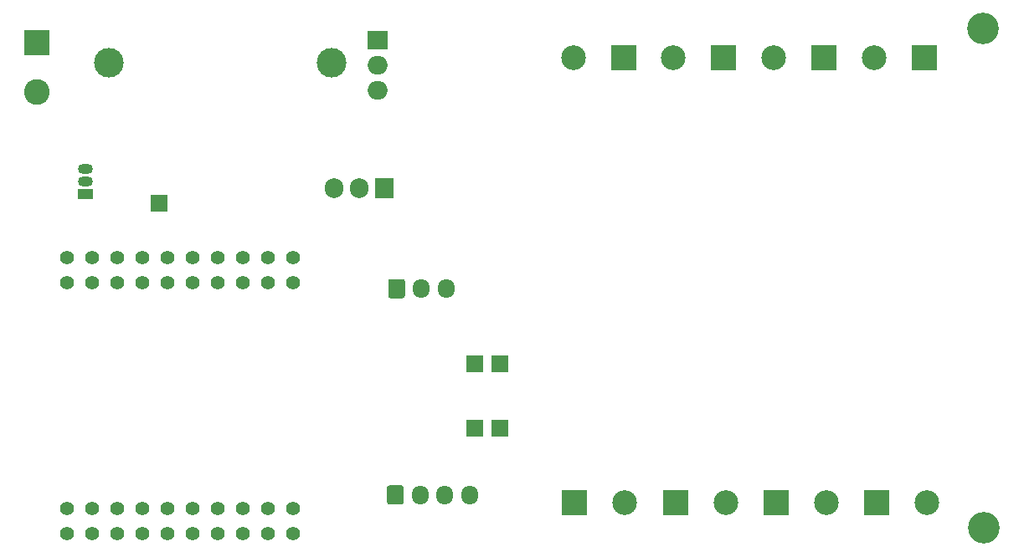
<source format=gbs>
G04 #@! TF.GenerationSoftware,KiCad,Pcbnew,5.1.12-84ad8e8a86~92~ubuntu20.04.1*
G04 #@! TF.CreationDate,2021-11-09T00:40:46+01:00*
G04 #@! TF.ProjectId,CC dimmer low voltage,43432064-696d-46d6-9572-206c6f772076,0.80*
G04 #@! TF.SameCoordinates,Original*
G04 #@! TF.FileFunction,Soldermask,Bot*
G04 #@! TF.FilePolarity,Negative*
%FSLAX46Y46*%
G04 Gerber Fmt 4.6, Leading zero omitted, Abs format (unit mm)*
G04 Created by KiCad (PCBNEW 5.1.12-84ad8e8a86~92~ubuntu20.04.1) date 2021-11-09 00:40:46*
%MOMM*%
%LPD*%
G01*
G04 APERTURE LIST*
%ADD10C,1.400000*%
%ADD11O,2.000000X1.905000*%
%ADD12R,2.000000X1.905000*%
%ADD13C,3.000000*%
%ADD14R,1.700000X1.700000*%
%ADD15C,3.200000*%
%ADD16O,1.700000X1.950000*%
%ADD17O,1.500000X1.050000*%
%ADD18R,1.500000X1.050000*%
%ADD19R,1.905000X2.000000*%
%ADD20O,1.905000X2.000000*%
%ADD21R,2.600000X2.600000*%
%ADD22C,2.600000*%
%ADD23C,2.500000*%
%ADD24R,2.500000X2.500000*%
G04 APERTURE END LIST*
D10*
X128962000Y-95455000D03*
X128962000Y-97995000D03*
X126422000Y-95455000D03*
X126422000Y-97995000D03*
X123882000Y-95455000D03*
X123882000Y-97995000D03*
X121342000Y-95455000D03*
X121342000Y-97995000D03*
X118802000Y-95455000D03*
X118802000Y-97995000D03*
X116262000Y-95455000D03*
X116262000Y-97995000D03*
X113722000Y-95455000D03*
X113722000Y-97995000D03*
X111182000Y-95455000D03*
X111182000Y-97995000D03*
X108642000Y-95455000D03*
X108642000Y-97995000D03*
X106102000Y-95455000D03*
X106102000Y-97995000D03*
X128962000Y-120855000D03*
X128962000Y-123395000D03*
X126422000Y-120855000D03*
X126422000Y-123395000D03*
X123882000Y-120855000D03*
X123882000Y-123395000D03*
X121342000Y-120855000D03*
X121342000Y-123395000D03*
X118802000Y-120855000D03*
X118802000Y-123395000D03*
X116262000Y-120855000D03*
X116262000Y-123395000D03*
X113722000Y-120855000D03*
X113722000Y-123395000D03*
X111182000Y-120855000D03*
X111182000Y-123395000D03*
X108642000Y-120855000D03*
X108642000Y-123395000D03*
X106102000Y-123395000D03*
X106102000Y-120855000D03*
D11*
X137474200Y-78517000D03*
X137474200Y-75977000D03*
D12*
X137474200Y-73437000D03*
D13*
X132851400Y-75672200D03*
X110251400Y-75672200D03*
D14*
X149842000Y-112695000D03*
X149842000Y-106185000D03*
D15*
X198722000Y-72275000D03*
X198752000Y-122805000D03*
G36*
G01*
X138532000Y-99300000D02*
X138532000Y-97850000D01*
G75*
G02*
X138782000Y-97600000I250000J0D01*
G01*
X139982000Y-97600000D01*
G75*
G02*
X140232000Y-97850000I0J-250000D01*
G01*
X140232000Y-99300000D01*
G75*
G02*
X139982000Y-99550000I-250000J0D01*
G01*
X138782000Y-99550000D01*
G75*
G02*
X138532000Y-99300000I0J250000D01*
G01*
G37*
D16*
X141882000Y-98575000D03*
X144382000Y-98575000D03*
G36*
G01*
X138412000Y-120190000D02*
X138412000Y-118740000D01*
G75*
G02*
X138662000Y-118490000I250000J0D01*
G01*
X139862000Y-118490000D01*
G75*
G02*
X140112000Y-118740000I0J-250000D01*
G01*
X140112000Y-120190000D01*
G75*
G02*
X139862000Y-120440000I-250000J0D01*
G01*
X138662000Y-120440000D01*
G75*
G02*
X138412000Y-120190000I0J250000D01*
G01*
G37*
X141762000Y-119465000D03*
X144262000Y-119465000D03*
X146762000Y-119465000D03*
D14*
X147302000Y-106185000D03*
X147302000Y-112695000D03*
X115402000Y-89895000D03*
D17*
X107959400Y-87716000D03*
X107959400Y-86446000D03*
D18*
X107959400Y-88986000D03*
D19*
X138160000Y-88401800D03*
D20*
X135620000Y-88401800D03*
X133080000Y-88401800D03*
D21*
X103052000Y-73715000D03*
D22*
X103052000Y-78715000D03*
D23*
X157242000Y-75187000D03*
D24*
X162322000Y-75187000D03*
X172472000Y-75185000D03*
D23*
X167392000Y-75185000D03*
X177542000Y-75175000D03*
D24*
X182622000Y-75175000D03*
X192772000Y-75165000D03*
D23*
X187692000Y-75165000D03*
D24*
X187912000Y-120225000D03*
D23*
X192992000Y-120225000D03*
X182822000Y-120225000D03*
D24*
X177742000Y-120225000D03*
X167572000Y-120225000D03*
D23*
X172652000Y-120225000D03*
X162472000Y-120225000D03*
D24*
X157392000Y-120225000D03*
M02*

</source>
